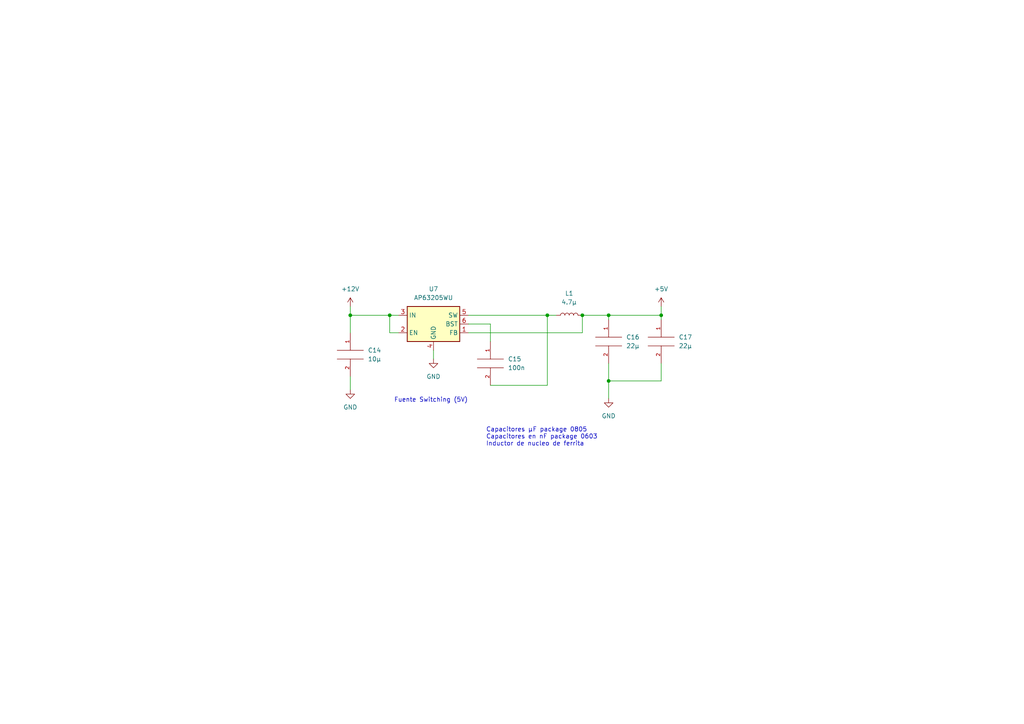
<source format=kicad_sch>
(kicad_sch (version 20211123) (generator eeschema)
  (paper "A4")
  (lib_symbols
    (symbol "Device:L" (pin_numbers hide) (pin_names (offset 1.016) hide)
      (property "Reference" "L" (at -1.27 0 90))
      (property "Value" "L" (at 1.905 0 90))
      (symbol "L_0_1"
        (arc (start 0 -2.54) (mid 0.635 -1.905) (end 0 -1.27))
        (arc (start 0 -1.27) (mid 0.635 -0.635) (end 0 0))
        (arc (start 0 0) (mid 0.635 0.635) (end 0 1.27))
        (arc (start 0 1.27) (mid 0.635 1.905) (end 0 2.54))
      )
      (symbol "L_1_1"
        (pin passive line (at 0 3.81 270) (length 1.27) (name "1") (number "1"))
        (pin passive line (at 0 -3.81 90) (length 1.27) (name "2") (number "2"))
      )
    )
    (symbol "Regulator_Switching:AP63205WU"
      (property "Reference" "U" (at -7.62 6.35 0))
      (property "Value" "AP63205WU" (at 2.54 6.35 0))
      (symbol "AP63205WU_0_1"
        (rectangle (start -7.62 5.08) (end 7.62 -5.08) (stroke (width 0.254)) (fill (type background)))
      )
      (symbol "AP63205WU_1_1"
        (pin input line (at 10.16 -2.54 180) (length 2.54) (name "FB") (number "1"))
        (pin input line (at -10.16 -2.54 0) (length 2.54) (name "EN") (number "2"))
        (pin power_in line (at -10.16 2.54 0) (length 2.54) (name "IN") (number "3"))
        (pin power_in line (at 0 -7.62 90) (length 2.54) (name "GND") (number "4"))
        (pin output line (at 10.16 2.54 180) (length 2.54) (name "SW") (number "5"))
        (pin passive line (at 10.16 0 180) (length 2.54) (name "BST") (number "6"))
      )
    )
    (symbol "power:+12V" (power) (pin_names (offset 0))
      (property "Value" "+12V" (at 0 3.556 0))
      (symbol "+12V_0_1"
        (polyline (pts (xy -0.762 1.27) (xy 0 2.54)))
        (polyline (pts (xy 0 0) (xy 0 2.54)))
        (polyline (pts (xy 0 2.54) (xy 0.762 1.27)))
      )
      (symbol "+12V_1_1"
        (pin power_in line (at 0 0 90) (length 0) hide (name "+12V") (number "1"))
      )
    )
    (symbol "power:+5V" (power) (pin_names (offset 0))
      (property "Value" "+5V" (at 0 3.556 0))
      (symbol "+5V_0_1"
        (polyline (pts (xy -0.762 1.27) (xy 0 2.54)))
        (polyline (pts (xy 0 0) (xy 0 2.54)))
        (polyline (pts (xy 0 2.54) (xy 0.762 1.27)))
      )
      (symbol "+5V_1_1"
        (pin power_in line (at 0 0 90) (length 0) hide (name "+5V") (number "1"))
      )
    )
    (symbol "power:GND" (power) (pin_names (offset 0))
      (property "Value" "GND" (at 0 -3.81 0))
      (symbol "GND_0_1"
        (polyline (pts (xy 0 0) (xy 0 -1.27) (xy 1.27 -1.27) (xy 0 -2.54) (xy -1.27 -1.27) (xy 0 -1.27)))
      )
      (symbol "GND_1_1"
        (pin power_in line (at 0 0 270) (length 0) hide (name "GND") (number "1"))
      )
    )
    (symbol "pspice:CAP" (pin_names (offset 0.254))
      (property "Reference" "C" (at 2.54 3.81 90))
      (property "Value" "CAP" (at 2.54 -3.81 90))
      (symbol "CAP_0_1"
        (polyline (pts (xy -3.81 -1.27) (xy 3.81 -1.27)))
        (polyline (pts (xy -3.81 1.27) (xy 3.81 1.27)))
      )
      (symbol "CAP_1_1"
        (pin passive line (at 0 6.35 270) (length 5.08) (name "~") (number "1"))
        (pin passive line (at 0 -6.35 90) (length 5.08) (name "~") (number "2"))
      )
    )
  )
  (junction (at 168.91 91.44))
  (junction (at 101.6 91.44))
  (junction (at 158.75 91.44))
  (junction (at 113.03 91.44))
  (junction (at 176.53 91.44))
  (junction (at 191.77 91.44))
  (junction (at 176.53 110.49))
  (wire (pts (xy 158.75 91.44) (xy 161.29 91.44)))
  (wire (pts (xy 142.24 111.76) (xy 158.75 111.76)))
  (wire (pts (xy 168.91 96.52) (xy 168.91 91.44)))
  (wire (pts (xy 191.77 92.71) (xy 191.77 91.44)))
  (wire (pts (xy 113.03 91.44) (xy 115.57 91.44)))
  (wire (pts (xy 101.6 109.22) (xy 101.6 113.03)))
  (wire (pts (xy 158.75 111.76) (xy 158.75 91.44)))
  (wire (pts (xy 191.77 110.49) (xy 176.53 110.49)))
  (wire (pts (xy 113.03 96.52) (xy 113.03 91.44)))
  (wire (pts (xy 142.24 93.98) (xy 135.89 93.98)))
  (wire (pts (xy 176.53 115.57) (xy 176.53 110.49)))
  (wire (pts (xy 191.77 105.41) (xy 191.77 110.49)))
  (wire (pts (xy 125.73 101.6) (xy 125.73 104.14)))
  (wire (pts (xy 176.53 91.44) (xy 191.77 91.44)))
  (wire (pts (xy 142.24 99.06) (xy 142.24 93.98)))
  (wire (pts (xy 101.6 96.52) (xy 101.6 91.44)))
  (wire (pts (xy 176.53 92.71) (xy 176.53 91.44)))
  (wire (pts (xy 135.89 96.52) (xy 168.91 96.52)))
  (wire (pts (xy 115.57 96.52) (xy 113.03 96.52)))
  (wire (pts (xy 135.89 91.44) (xy 158.75 91.44)))
  (wire (pts (xy 191.77 88.9) (xy 191.77 91.44)))
  (wire (pts (xy 176.53 105.41) (xy 176.53 110.49)))
  (wire (pts (xy 101.6 91.44) (xy 113.03 91.44)))
  (wire (pts (xy 176.53 91.44) (xy 168.91 91.44)))
  (wire (pts (xy 101.6 88.9) (xy 101.6 91.44)))
  (text "Fuente Switching (5V)" (at 114.3 116.84 0) (effects (font (size 1.27 1.27)) (justify left bottom)))
  (text "Capacitores µF package 0805\nCapacitores en nF package 0603\nInductor de nucleo de ferrita" (at 140.97 129.54 0) (effects (font (size 1.27 1.27)) (justify left bottom)))
  (symbol (lib_id "power:GND") (at 125.73 104.14 0) (unit 1)
    (property "Reference" "#PWR0127" (effects hide))
    (property "Value" "GND" (at 125.73 109.22 0))
  )
  (symbol (lib_id "pspice:CAP") (at 176.53 99.06 0) (unit 1)
    (property "Reference" "C16" (at 181.61 97.7899 0) (effects (justify left)))
    (property "Value" "22µ" (at 181.61 100.3299 0) (effects (justify left)))
    (property "Footprint" "Capacitor_SMD:C_0805_2012Metric" (effects hide))
  )
  (symbol (lib_id "power:GND") (at 176.53 115.57 0) (unit 1)
    (property "Reference" "#PWR0131" (effects hide))
    (property "Value" "GND" (at 176.53 120.65 0))
  )
  (symbol (lib_id "pspice:CAP") (at 142.24 105.41 0) (unit 1)
    (property "Reference" "C15" (at 147.32 104.1399 0) (effects (justify left)))
    (property "Value" "100n" (at 147.32 106.6799 0) (effects (justify left)))
    (property "Footprint" "Capacitor_SMD:C_0201_0603Metric" (effects hide))
  )
  (symbol (lib_id "pspice:CAP") (at 191.77 99.06 0) (unit 1)
    (property "Reference" "C17" (at 196.85 97.7899 0) (effects (justify left)))
    (property "Value" "22µ" (at 196.85 100.3299 0) (effects (justify left)))
    (property "Footprint" "Capacitor_SMD:C_0805_2012Metric" (effects hide))
  )
  (symbol (lib_id "pspice:CAP") (at 101.6 102.87 0) (unit 1)
    (property "Reference" "C14" (at 106.68 101.5999 0) (effects (justify left)))
    (property "Value" "10µ" (at 106.68 104.1399 0) (effects (justify left)))
    (property "Footprint" "Capacitor_SMD:C_0805_2012Metric" (effects hide))
  )
  (symbol (lib_id "Regulator_Switching:AP63205WU") (at 125.73 93.98 0) (unit 1)
    (property "Reference" "U7" (at 125.73 83.82 0))
    (property "Value" "AP63205WU" (at 125.73 86.36 0))
    (property "Footprint" "Package_TO_SOT_SMD:TSOT-23-6" (effects hide))
    (property "Datasheet" "https://www.diodes.com/assets/Datasheets/AP63200-AP63201-AP63203-AP63205.pdf" (effects hide))
  )
  (symbol (lib_id "Device:L") (at 165.1 91.44 90) (unit 1)
    (property "Reference" "L1" (at 165.1 85.09 90))
    (property "Value" "4.7µ" (at 165.1 87.63 90))
    (property "Footprint" "Inductor_SMD:L_Bourns_SRN6045TA" (effects hide))
  )
  (symbol (lib_id "power:GND") (at 101.6 113.03 0) (unit 1)
    (property "Reference" "#PWR0130" (effects hide))
    (property "Value" "GND" (at 101.6 118.11 0))
  )
  (symbol (lib_id "power:+5V") (at 191.77 88.9 0) (unit 1)
    (property "Reference" "#PWR0128" (effects hide))
    (property "Value" "+5V" (at 191.77 83.82 0))
  )
  (symbol (lib_id "power:+12V") (at 101.6 88.9 0) (unit 1)
    (property "Reference" "#PWR0129" (effects hide))
    (property "Value" "+12V" (at 101.6 83.82 0))
  )
)
</source>
